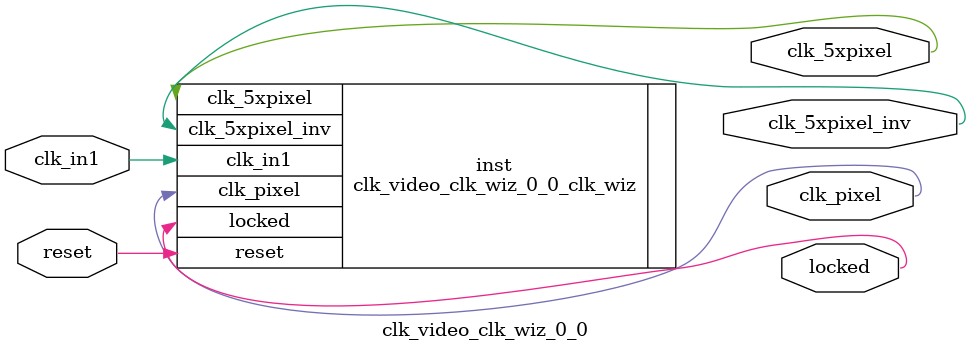
<source format=v>


`timescale 1ps/1ps

(* CORE_GENERATION_INFO = "clk_video_clk_wiz_0_0,clk_wiz_v6_0_0_0,{component_name=clk_video_clk_wiz_0_0,use_phase_alignment=true,use_min_o_jitter=false,use_max_i_jitter=false,use_dyn_phase_shift=false,use_inclk_switchover=false,use_dyn_reconfig=false,enable_axi=0,feedback_source=FDBK_AUTO,PRIMITIVE=MMCM,num_out_clk=3,clkin1_period=10.000,clkin2_period=10.000,use_power_down=false,use_reset=true,use_locked=true,use_inclk_stopped=false,feedback_type=SINGLE,CLOCK_MGR_TYPE=NA,manual_override=false}" *)

module clk_video_clk_wiz_0_0 
 (
  // Clock out ports
  output        clk_pixel,
  output        clk_5xpixel,
  output        clk_5xpixel_inv,
  // Status and control signals
  input         reset,
  output        locked,
 // Clock in ports
  input         clk_in1
 );

  clk_video_clk_wiz_0_0_clk_wiz inst
  (
  // Clock out ports  
  .clk_pixel(clk_pixel),
  .clk_5xpixel(clk_5xpixel),
  .clk_5xpixel_inv(clk_5xpixel_inv),
  // Status and control signals               
  .reset(reset), 
  .locked(locked),
 // Clock in ports
  .clk_in1(clk_in1)
  );

endmodule

</source>
